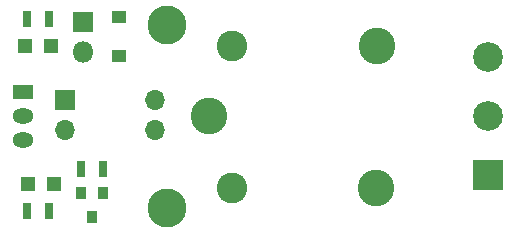
<source format=gts>
%TF.GenerationSoftware,KiCad,Pcbnew,4.0.7-e2-6376~58~ubuntu16.04.1*%
%TF.CreationDate,2018-01-20T15:27:38+01:00*%
%TF.ProjectId,RelayModule,52656C61794D6F64756C652E6B696361,rev?*%
%TF.FileFunction,Soldermask,Top*%
%FSLAX46Y46*%
G04 Gerber Fmt 4.6, Leading zero omitted, Abs format (unit mm)*
G04 Created by KiCad (PCBNEW 4.0.7-e2-6376~58~ubuntu16.04.1) date Sat Jan 20 15:27:38 2018*
%MOMM*%
%LPD*%
G01*
G04 APERTURE LIST*
%ADD10C,0.100000*%
%ADD11C,2.600000*%
%ADD12C,3.100000*%
%ADD13R,2.513000X2.513000*%
%ADD14C,2.513000*%
%ADD15R,1.800000X1.300000*%
%ADD16O,1.800000X1.300000*%
%ADD17C,3.300000*%
%ADD18R,1.300000X1.300000*%
%ADD19R,1.300000X1.000000*%
%ADD20R,1.800000X1.800000*%
%ADD21O,1.800000X1.800000*%
%ADD22R,0.900000X1.000000*%
%ADD23R,0.800000X1.400000*%
%ADD24R,1.700000X1.700000*%
%ADD25O,1.700000X1.700000*%
G04 APERTURE END LIST*
D10*
D11*
X20111000Y-16718000D03*
D12*
X32311000Y-16718000D03*
X32361000Y-4668000D03*
D11*
X20111000Y-4718000D03*
D12*
X18161000Y-10668000D03*
D13*
X41783000Y-15621000D03*
D14*
X41783000Y-10622280D03*
X41783000Y-5621020D03*
D15*
X2413000Y-8636000D03*
D16*
X2413000Y-10636000D03*
X2413000Y-12636000D03*
D17*
X14605000Y-18415000D03*
D18*
X2583000Y-4699000D03*
X4783000Y-4699000D03*
X5037000Y-16383000D03*
X2837000Y-16383000D03*
D19*
X10541000Y-5587000D03*
X10541000Y-2287000D03*
D20*
X7493000Y-2667000D03*
D21*
X7493000Y-5207000D03*
D22*
X9205000Y-17161000D03*
X7305000Y-17161000D03*
X8255000Y-19161000D03*
D23*
X4633000Y-2413000D03*
X2733000Y-2413000D03*
X4633000Y-18669000D03*
X2733000Y-18669000D03*
X7305000Y-15113000D03*
X9205000Y-15113000D03*
D24*
X5969000Y-9271000D03*
D25*
X13589000Y-11811000D03*
X5969000Y-11811000D03*
X13589000Y-9271000D03*
D17*
X14605000Y-2921000D03*
M02*

</source>
